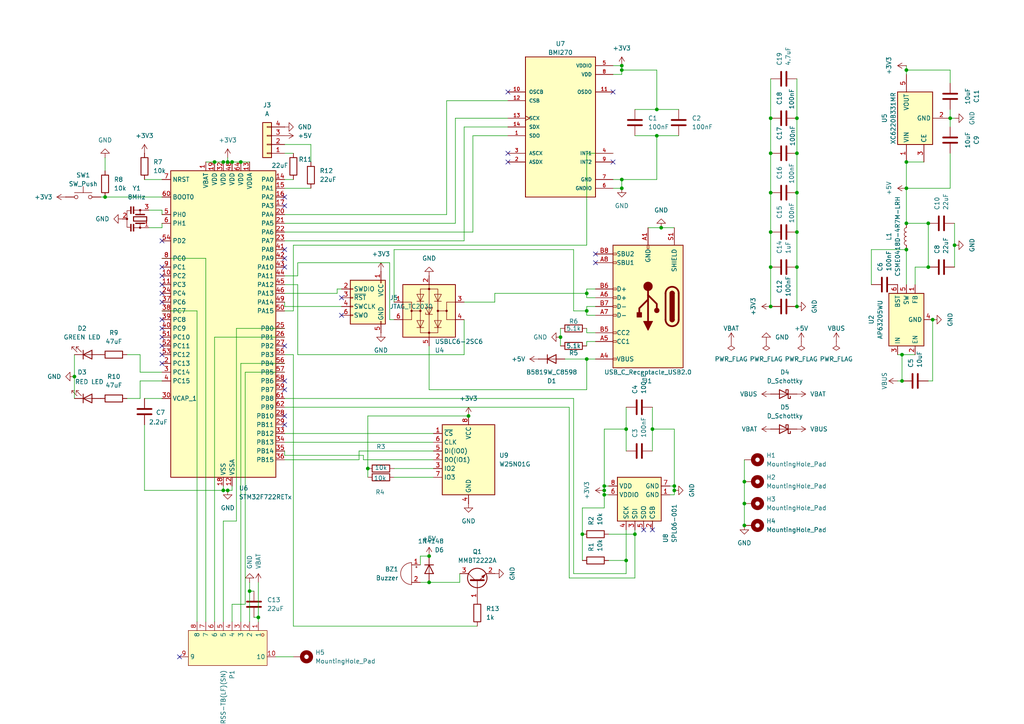
<source format=kicad_sch>
(kicad_sch (version 20250114) (generator "eeschema") (generator_version "9.0")
  (paper "A4")
  (title_block (title "Flight Controller"))
  (junction (at 180.34 52.07))
  (junction (at 170.18 104.14))
  (junction (at 189.23 124.46))
  (junction (at 175.26 143.51))
  (junction (at 180.34 19.05))
  (junction (at 66.04 142.24))
  (junction (at 231.14 55.88))
  (junction (at 175.26 140.97))
  (junction (at 66.04 46.99))
  (junction (at 195.58 142.24))
  (junction (at 262.89 46.99))
  (junction (at 215.9 139.7))
  (junction (at 195.58 140.97))
  (junction (at 269.24 77.47))
  (junction (at 223.52 55.88))
  (junction (at 261.62 110.49))
  (junction (at 223.52 67.31))
  (junction (at 74.93 179.07))
  (junction (at 106.68 135.89))
  (junction (at 184.15 154.94))
  (junction (at 181.61 162.56))
  (junction (at 223.52 77.47))
  (junction (at 231.14 88.9))
  (junction (at 62.23 46.99))
  (junction (at 190.5 39.37))
  (junction (at 270.51 92.71))
  (junction (at 170.18 85.09))
  (junction (at 231.14 67.31))
  (junction (at 262.89 72.39))
  (junction (at 191.77 66.04))
  (junction (at 170.18 90.17))
  (junction (at 181.61 124.46))
  (junction (at 135.89 120.65))
  (junction (at 261.62 102.87))
  (junction (at 21.59 109.22))
  (junction (at 231.14 44.45))
  (junction (at 168.91 154.94))
  (junction (at 124.46 161.29))
  (junction (at 231.14 34.29))
  (junction (at 223.52 34.29))
  (junction (at 180.34 54.61))
  (junction (at 64.77 46.99))
  (junction (at 180.34 20.32))
  (junction (at 215.9 146.05))
  (junction (at 269.24 64.77))
  (junction (at 262.89 54.61))
  (junction (at 262.89 64.77))
  (junction (at 215.9 152.4))
  (junction (at 124.46 168.91))
  (junction (at 231.14 77.47))
  (junction (at 223.52 88.9))
  (junction (at 64.77 142.24))
  (junction (at 276.86 71.12))
  (junction (at 162.56 97.79))
  (junction (at 175.26 142.24))
  (junction (at 69.85 46.99))
  (junction (at 67.31 46.99))
  (junction (at 190.5 31.75))
  (junction (at 223.52 44.45))
  (junction (at 262.89 20.32))
  (junction (at 30.48 57.15))
  (junction (at 275.59 34.29))
  (junction (at 72.39 171.45))
  (no_connect (at 82.55 72.39))
  (no_connect (at 82.55 123.19))
  (no_connect (at 46.99 69.85))
  (no_connect (at 82.55 110.49))
  (no_connect (at 177.8 46.99))
  (no_connect (at 82.55 57.15))
  (no_connect (at 46.99 82.55))
  (no_connect (at 147.32 26.67))
  (no_connect (at 46.99 105.41))
  (no_connect (at 99.06 91.44))
  (no_connect (at 147.32 44.45))
  (no_connect (at 82.55 74.93))
  (no_connect (at 99.06 86.36))
  (no_connect (at 46.99 95.25))
  (no_connect (at 82.55 77.47))
  (no_connect (at 46.99 100.33))
  (no_connect (at 172.72 73.66))
  (no_connect (at 46.99 85.09))
  (no_connect (at 147.32 46.99))
  (no_connect (at 46.99 97.79))
  (no_connect (at 46.99 80.01))
  (no_connect (at 82.55 100.33))
  (no_connect (at 46.99 77.47))
  (no_connect (at 172.72 76.2))
  (no_connect (at 82.55 113.03))
  (no_connect (at 177.8 26.67))
  (no_connect (at 189.23 153.67))
  (no_connect (at 46.99 102.87))
  (no_connect (at 82.55 59.69))
  (no_connect (at 186.69 153.67))
  (no_connect (at 46.99 92.71))
  (no_connect (at 82.55 120.65))
  (no_connect (at 52.07 190.5))
  (no_connect (at 46.99 87.63))
  (wire (pts (xy 223.52 44.45) (xy 223.52 34.29)))
  (wire (pts (xy 134.62 69.85) (xy 134.62 36.83)))
  (wire (pts (xy 276.86 77.47) (xy 276.86 71.12)))
  (wire (pts (xy 270.51 110.49) (xy 270.51 92.71)))
  (wire (pts (xy 69.85 46.99) (xy 72.39 46.99)))
  (wire (pts (xy 66.04 45.72) (xy 66.04 46.99)))
  (wire (pts (xy 231.14 88.9) (xy 231.14 77.47)))
  (wire (pts (xy 80.01 190.5) (xy 85.09 190.5)))
  (wire (pts (xy 73.66 179.07) (xy 74.93 179.07)))
  (wire (pts (xy 275.59 44.45) (xy 275.59 54.61)))
  (wire (pts (xy 275.59 34.29) (xy 276.86 34.29)))
  (wire (pts (xy 105.41 133.35) (xy 105.41 132.08)))
  (wire (pts (xy 190.5 31.75) (xy 190.5 20.32)))
  (wire (pts (xy 64.77 140.97) (xy 64.77 142.24)))
  (wire (pts (xy 82.55 67.31) (xy 137.16 67.31)))
  (wire (pts (xy 265.43 77.47) (xy 269.24 77.47)))
  (wire (pts (xy 86.36 102.87) (xy 134.62 102.87)))
  (wire (pts (xy 57.15 90.17) (xy 57.15 180.34)))
  (wire (pts (xy 85.09 181.61) (xy 85.09 102.87)))
  (wire (pts (xy 90.17 46.99) (xy 90.17 41.91)))
  (wire (pts (xy 231.14 55.88) (xy 231.14 44.45)))
  (wire (pts (xy 66.04 142.24) (xy 67.31 142.24)))
  (wire (pts (xy 269.24 110.49) (xy 270.51 110.49)))
  (wire (pts (xy 62.23 97.79) (xy 62.23 180.34)))
  (wire (pts (xy 46.99 60.96) (xy 46.99 62.23)))
  (wire (pts (xy 124.46 100.33) (xy 124.46 113.03)))
  (wire (pts (xy 190.5 20.32) (xy 180.34 20.32)))
  (wire (pts (xy 59.69 180.34) (xy 59.69 74.93)))
  (wire (pts (xy 177.8 19.05) (xy 180.34 19.05)))
  (wire (pts (xy 86.36 80.01) (xy 86.36 76.2)))
  (wire (pts (xy 172.72 99.06) (xy 170.18 99.06)))
  (wire (pts (xy 106.68 135.89) (xy 106.68 138.43)))
  (wire (pts (xy 177.8 44.45) (xy 170.18 44.45)))
  (wire (pts (xy 64.77 46.99) (xy 66.04 46.99)))
  (wire (pts (xy 184.15 154.94) (xy 184.15 153.67)))
  (wire (pts (xy 64.77 142.24) (xy 66.04 142.24)))
  (wire (pts (xy 86.36 102.87) (xy 86.36 82.55)))
  (wire (pts (xy 74.93 168.91) (xy 74.93 179.07)))
  (wire (pts (xy 143.51 87.63) (xy 134.62 87.63)))
  (wire (pts (xy 114.3 138.43) (xy 125.73 138.43)))
  (wire (pts (xy 180.34 52.07) (xy 190.5 52.07)))
  (wire (pts (xy 143.51 85.09) (xy 170.18 85.09)))
  (wire (pts (xy 121.92 163.83) (xy 121.92 161.29)))
  (wire (pts (xy 113.03 92.71) (xy 113.03 76.2)))
  (wire (pts (xy 177.8 54.61) (xy 180.34 54.61)))
  (wire (pts (xy 121.92 161.29) (xy 124.46 161.29)))
  (wire (pts (xy 265.43 82.55) (xy 265.43 77.47)))
  (wire (pts (xy 21.59 102.87) (xy 21.59 109.22)))
  (wire (pts (xy 172.72 83.82) (xy 170.18 83.82)))
  (wire (pts (xy 262.89 19.05) (xy 262.89 20.32)))
  (wire (pts (xy 162.56 100.33) (xy 162.56 97.79)))
  (wire (pts (xy 29.21 57.15) (xy 30.48 57.15)))
  (wire (pts (xy 124.46 168.91) (xy 133.35 168.91)))
  (wire (pts (xy 66.04 46.99) (xy 67.31 46.99)))
  (wire (pts (xy 132.08 34.29) (xy 132.08 64.77)))
  (wire (pts (xy 223.52 34.29) (xy 223.52 22.86)))
  (wire (pts (xy 138.43 181.61) (xy 85.09 181.61)))
  (wire (pts (xy 184.15 154.94) (xy 184.15 167.64)))
  (wire (pts (xy 137.16 39.37) (xy 147.32 39.37)))
  (wire (pts (xy 190.5 52.07) (xy 190.5 39.37)))
  (wire (pts (xy 143.51 87.63) (xy 143.51 85.09)))
  (wire (pts (xy 82.55 54.61) (xy 90.17 54.61)))
  (wire (pts (xy 124.46 113.03) (xy 170.18 113.03)))
  (wire (pts (xy 114.3 87.63) (xy 114.3 72.39)))
  (wire (pts (xy 170.18 96.52) (xy 170.18 95.25)))
  (wire (pts (xy 275.59 34.29) (xy 275.59 31.75)))
  (wire (pts (xy 189.23 124.46) (xy 195.58 124.46)))
  (wire (pts (xy 72.39 171.45) (xy 73.66 171.45)))
  (wire (pts (xy 41.91 115.57) (xy 46.99 115.57)))
  (wire (pts (xy 74.93 179.07) (xy 74.93 180.34)))
  (wire (pts (xy 231.14 44.45) (xy 231.14 34.29)))
  (wire (pts (xy 170.18 86.36) (xy 170.18 85.09)))
  (wire (pts (xy 172.72 96.52) (xy 170.18 96.52)))
  (wire (pts (xy 181.61 124.46) (xy 181.61 118.11)))
  (wire (pts (xy 82.55 88.9) (xy 82.55 87.63)))
  (wire (pts (xy 40.64 115.57) (xy 40.64 110.49)))
  (wire (pts (xy 105.41 133.35) (xy 125.73 133.35)))
  (wire (pts (xy 82.55 64.77) (xy 132.08 64.77)))
  (wire (pts (xy 172.72 104.14) (xy 170.18 104.14)))
  (wire (pts (xy 223.52 88.9) (xy 223.52 77.47)))
  (wire (pts (xy 82.55 132.08) (xy 105.41 132.08)))
  (wire (pts (xy 262.89 82.55) (xy 262.89 72.39)))
  (wire (pts (xy 99.06 83.82) (xy 97.79 83.82)))
  (wire (pts (xy 176.53 154.94) (xy 184.15 154.94)))
  (wire (pts (xy 215.9 133.35) (xy 215.9 139.7)))
  (wire (pts (xy 36.83 115.57) (xy 40.64 115.57)))
  (wire (pts (xy 275.59 54.61) (xy 262.89 54.61)))
  (wire (pts (xy 82.55 69.85) (xy 134.62 69.85)))
  (wire (pts (xy 134.62 92.71) (xy 134.62 102.87)))
  (wire (pts (xy 269.24 77.47) (xy 269.24 64.77)))
  (wire (pts (xy 231.14 34.29) (xy 231.14 22.86)))
  (wire (pts (xy 184.15 31.75) (xy 190.5 31.75)))
  (wire (pts (xy 181.61 162.56) (xy 181.61 166.37)))
  (wire (pts (xy 170.18 44.45) (xy 170.18 71.12)))
  (wire (pts (xy 194.31 143.51) (xy 195.58 143.51)))
  (wire (pts (xy 189.23 130.81) (xy 189.23 124.46)))
  (wire (pts (xy 181.61 166.37) (xy 166.37 166.37)))
  (wire (pts (xy 85.09 71.12) (xy 85.09 90.17)))
  (wire (pts (xy 162.56 97.79) (xy 162.56 95.25)))
  (wire (pts (xy 82.55 52.07) (xy 85.09 52.07)))
  (wire (pts (xy 40.64 110.49) (xy 46.99 110.49)))
  (wire (pts (xy 62.23 46.99) (xy 64.77 46.99)))
  (wire (pts (xy 177.8 21.59) (xy 180.34 21.59)))
  (wire (pts (xy 170.18 71.12) (xy 85.09 71.12)))
  (wire (pts (xy 191.77 66.04) (xy 187.96 66.04)))
  (wire (pts (xy 82.55 97.79) (xy 62.23 97.79)))
  (wire (pts (xy 64.77 151.13) (xy 68.58 151.13)))
  (wire (pts (xy 177.8 52.07) (xy 180.34 52.07)))
  (wire (pts (xy 260.35 102.87) (xy 261.62 102.87)))
  (wire (pts (xy 215.9 146.05) (xy 215.9 152.4)))
  (wire (pts (xy 260.35 110.49) (xy 261.62 110.49)))
  (wire (pts (xy 175.26 124.46) (xy 175.26 140.97)))
  (wire (pts (xy 215.9 139.7) (xy 215.9 146.05)))
  (wire (pts (xy 195.58 66.04) (xy 191.77 66.04)))
  (wire (pts (xy 106.68 120.65) (xy 135.89 120.65)))
  (wire (pts (xy 30.48 57.15) (xy 46.99 57.15)))
  (wire (pts (xy 276.86 71.12) (xy 276.86 64.77)))
  (wire (pts (xy 231.14 67.31) (xy 231.14 55.88)))
  (wire (pts (xy 180.34 52.07) (xy 180.34 54.61)))
  (wire (pts (xy 261.62 102.87) (xy 265.43 102.87)))
  (wire (pts (xy 195.58 140.97) (xy 195.58 142.24)))
  (wire (pts (xy 223.52 67.31) (xy 223.52 55.88)))
  (wire (pts (xy 121.92 168.91) (xy 124.46 168.91)))
  (wire (pts (xy 275.59 36.83) (xy 275.59 34.29)))
  (wire (pts (xy 166.37 115.57) (xy 82.55 115.57)))
  (wire (pts (xy 59.69 74.93) (xy 46.99 74.93)))
  (wire (pts (xy 82.55 80.01) (xy 86.36 80.01)))
  (wire (pts (xy 168.91 162.56) (xy 168.91 154.94)))
  (wire (pts (xy 170.18 104.14) (xy 163.83 104.14)))
  (wire (pts (xy 262.89 64.77) (xy 262.89 54.61)))
  (wire (pts (xy 41.91 52.07) (xy 46.99 52.07)))
  (wire (pts (xy 262.89 20.32) (xy 262.89 21.59)))
  (wire (pts (xy 175.26 143.51) (xy 175.26 142.24)))
  (wire (pts (xy 189.23 124.46) (xy 189.23 118.11)))
  (wire (pts (xy 82.55 62.23) (xy 129.54 62.23)))
  (wire (pts (xy 67.31 175.26) (xy 67.31 180.34)))
  (wire (pts (xy 46.99 66.04) (xy 43.18 66.04)))
  (wire (pts (xy 176.53 140.97) (xy 175.26 140.97)))
  (wire (pts (xy 46.99 64.77) (xy 46.99 66.04)))
  (wire (pts (xy 194.31 140.97) (xy 195.58 140.97)))
  (wire (pts (xy 223.52 77.47) (xy 223.52 67.31)))
  (wire (pts (xy 113.03 92.71) (xy 114.3 92.71)))
  (wire (pts (xy 68.58 95.25) (xy 82.55 95.25)))
  (wire (pts (xy 166.37 72.39) (xy 166.37 90.17)))
  (wire (pts (xy 166.37 166.37) (xy 166.37 115.57)))
  (wire (pts (xy 82.55 125.73) (xy 125.73 125.73)))
  (wire (pts (xy 69.85 105.41) (xy 82.55 105.41)))
  (wire (pts (xy 85.09 102.87) (xy 82.55 102.87)))
  (wire (pts (xy 195.58 143.51) (xy 195.58 142.24)))
  (wire (pts (xy 262.89 46.99) (xy 267.97 46.99)))
  (wire (pts (xy 59.69 46.99) (xy 62.23 46.99)))
  (wire (pts (xy 166.37 90.17) (xy 170.18 90.17)))
  (wire (pts (xy 68.58 151.13) (xy 68.58 95.25)))
  (wire (pts (xy 85.09 90.17) (xy 82.55 90.17)))
  (wire (pts (xy 99.06 88.9) (xy 82.55 88.9)))
  (wire (pts (xy 129.54 29.21) (xy 147.32 29.21)))
  (wire (pts (xy 172.72 91.44) (xy 170.18 91.44)))
  (wire (pts (xy 223.52 55.88) (xy 223.52 44.45)))
  (wire (pts (xy 252.73 72.39) (xy 262.89 72.39)))
  (wire (pts (xy 104.14 133.35) (xy 82.55 133.35)))
  (wire (pts (xy 133.35 168.91) (xy 133.35 166.37)))
  (wire (pts (xy 129.54 62.23) (xy 129.54 29.21)))
  (wire (pts (xy 195.58 124.46) (xy 195.58 140.97)))
  (wire (pts (xy 134.62 36.83) (xy 147.32 36.83)))
  (wire (pts (xy 104.14 130.81) (xy 104.14 133.35)))
  (wire (pts (xy 170.18 90.17) (xy 170.18 88.9)))
  (wire (pts (xy 82.55 44.45) (xy 85.09 44.45)))
  (wire (pts (xy 36.83 102.87) (xy 40.64 102.87)))
  (wire (pts (xy 190.5 31.75) (xy 196.85 31.75)))
  (wire (pts (xy 175.26 143.51) (xy 176.53 143.51)))
  (wire (pts (xy 106.68 135.89) (xy 106.68 120.65)))
  (wire (pts (xy 180.34 21.59) (xy 180.34 20.32)))
  (wire (pts (xy 180.34 20.32) (xy 180.34 19.05)))
  (wire (pts (xy 184.15 167.64) (xy 165.1 167.64)))
  (wire (pts (xy 41.91 142.24) (xy 64.77 142.24)))
  (wire (pts (xy 82.55 118.11) (xy 165.1 118.11)))
  (wire (pts (xy 170.18 99.06) (xy 170.18 100.33)))
  (wire (pts (xy 67.31 142.24) (xy 67.31 140.97)))
  (wire (pts (xy 165.1 167.64) (xy 165.1 118.11)))
  (wire (pts (xy 275.59 20.32) (xy 275.59 24.13)))
  (wire (pts (xy 262.89 64.77) (xy 269.24 64.77)))
  (wire (pts (xy 172.72 88.9) (xy 170.18 88.9)))
  (wire (pts (xy 170.18 113.03) (xy 170.18 104.14)))
  (wire (pts (xy 170.18 85.09) (xy 170.18 83.82)))
  (wire (pts (xy 114.3 135.89) (xy 125.73 135.89)))
  (wire (pts (xy 114.3 72.39) (xy 166.37 72.39)))
  (wire (pts (xy 41.91 123.19) (xy 41.91 142.24)))
  (wire (pts (xy 137.16 39.37) (xy 137.16 67.31)))
  (wire (pts (xy 132.08 34.29) (xy 147.32 34.29)))
  (wire (pts (xy 175.26 140.97) (xy 175.26 142.24)))
  (wire (pts (xy 175.26 147.32) (xy 175.26 143.51)))
  (wire (pts (xy 262.89 54.61) (xy 262.89 46.99)))
  (wire (pts (xy 231.14 77.47) (xy 231.14 67.31)))
  (wire (pts (xy 168.91 147.32) (xy 175.26 147.32)))
  (wire (pts (xy 72.39 171.45) (xy 72.39 180.34)))
  (wire (pts (xy 181.61 162.56) (xy 181.61 153.67)))
  (wire (pts (xy 69.85 180.34) (xy 69.85 105.41)))
  (wire (pts (xy 71.12 107.95) (xy 71.12 175.26)))
  (wire (pts (xy 40.64 102.87) (xy 40.64 107.95)))
  (wire (pts (xy 46.99 90.17) (xy 57.15 90.17)))
  (wire (pts (xy 86.36 76.2) (xy 113.03 76.2)))
  (wire (pts (xy 30.48 45.72) (xy 30.48 49.53)))
  (wire (pts (xy 261.62 110.49) (xy 261.62 102.87)))
  (wire (pts (xy 21.59 109.22) (xy 21.59 115.57)))
  (wire (pts (xy 72.39 168.91) (xy 72.39 171.45)))
  (wire (pts (xy 184.15 39.37) (xy 190.5 39.37)))
  (wire (pts (xy 82.55 107.95) (xy 71.12 107.95)))
  (wire (pts (xy 104.14 130.81) (xy 125.73 130.81)))
  (wire (pts (xy 43.18 60.96) (xy 46.99 60.96)))
  (wire (pts (xy 181.61 130.81) (xy 181.61 124.46)))
  (wire (pts (xy 90.17 41.91) (xy 82.55 41.91)))
  (wire (pts (xy 82.55 128.27) (xy 125.73 128.27)))
  (wire (pts (xy 181.61 124.46) (xy 175.26 124.46)))
  (wire (pts (xy 190.5 39.37) (xy 196.85 39.37)))
  (wire (pts (xy 170.18 91.44) (xy 170.18 90.17)))
  (wire (pts (xy 262.89 20.32) (xy 275.59 20.32)))
  (wire (pts (xy 170.18 86.36) (xy 172.72 86.36)))
  (wire (pts (xy 67.31 46.99) (xy 69.85 46.99)))
  (wire (pts (xy 82.55 132.08) (xy 82.55 130.81)))
  (wire (pts (xy 176.53 162.56) (xy 181.61 162.56)))
  (wire (pts (xy 64.77 180.34) (xy 64.77 151.13)))
  (wire (pts (xy 97.79 85.09) (xy 82.55 85.09)))
  (wire (pts (xy 97.79 83.82) (xy 97.79 85.09)))
  (wire (pts (xy 40.64 107.95) (xy 46.99 107.95)))
  (wire (pts (xy 168.91 154.94) (xy 168.91 147.32)))
  (wire (pts (xy 86.36 82.55) (xy 82.55 82.55)))
  (wire (pts (xy 252.73 82.55) (xy 252.73 72.39)))
  (wire (pts (xy 71.12 175.26) (xy 67.31 175.26)))
  (symbol (lib_id "power:GND") (at 222.25 99.06 180) (unit 1)
    (property "Reference" "#PWR033" (effects (hide yes)))
    (property "Value" "GND" (at 224.79 97.7899 0) (effects (justify right)))
  )
  (symbol (lib_id "power:PWR_FLAG") (at 242.57 99.06 180) (unit 1)
    (property "Reference" "#FLG03" (effects (hide yes)))
    (property "Value" "PWR_FLAG" (at 242.57 104.14 0))
    (property "Description" "Special symbol for telling ERC where power comes from" (effects (hide yes)))
  )
  (symbol (lib_id "Device:C") (at 73.66 175.26 0) (unit 1)
    (property "Reference" "C13" (at 77.47 173.9899 0) (effects (justify left)))
    (property "Value" "22uF" (at 77.47 176.5299 0) (effects (justify left)))
    (property "Footprint" "Capacitor_SMD:C_0805_2012Metric" (effects (hide yes)))
    (property "Description" "Unpolarized capacitor" (effects (hide yes)))
  )
  (symbol (lib_id "Device:R") (at 33.02 102.87 270) (mirror x) (unit 1)
    (property "Reference" "R9" (at 33.02 96.52 90))
    (property "Value" "47uF" (at 33.02 99.06 90))
    (property "Footprint" "Capacitor_SMD:C_1210_3225Metric" (effects (hide yes)))
    (property "Description" "Resistor" (effects (hide yes)))
  )
  (symbol (lib_id "Device:C") (at 275.59 27.94 0) (mirror y) (unit 1)
    (property "Reference" "C11" (at 283.21 27.94 90))
    (property "Value" "10uF" (at 280.67 27.94 90))
    (property "Footprint" "Capacitor_SMD:C_0805_2012Metric" (effects (hide yes)))
    (property "Description" "Unpolarized capacitor" (effects (hide yes)))
  )
  (symbol (lib_id "Device:C") (at 273.05 64.77 90) (unit 1)
    (property "Reference" "C10" (at 271.7799 60.96 0) (effects (justify left)))
    (property "Value" "22uF" (at 274.3199 60.96 0) (effects (justify left)))
    (property "Footprint" "Capacitor_SMD:C_0805_2012Metric" (effects (hide yes)))
    (property "Description" "Unpolarized capacitor" (effects (hide yes)))
  )
  (symbol (lib_id "Device:C") (at 185.42 118.11 90) (unit 1)
    (property "Reference" "C4" (at 184.1499 114.3 0) (effects (justify left)))
    (property "Value" "100nF" (at 186.6899 114.3 0) (effects (justify left)))
    (property "Footprint" "Capacitor_SMD:C_0603_1608Metric" (effects (hide yes)))
    (property "Description" "Unpolarized capacitor" (effects (hide yes)))
  )
  (symbol (lib_id "Mechanical:MountingHole_Pad") (at 218.44 152.4 270) (unit 1) (in_bom no)
    (property "Reference" "H4" (at 222.25 151.1299 90) (effects (justify left)))
    (property "Value" "MountingHole_Pad" (at 222.25 153.6699 90) (effects (justify left)))
    (property "Footprint" "MountingHole:MountingHole_3.2mm_M3_Pad_Via" (effects (hide yes)))
    (property "Description" "Mounting Hole with connection" (effects (hide yes)))
  )
  (symbol (lib_id "marbastlib_various:JTAG_TC2030") (at 105.41 88.9 0) (unit 1)
    (property "Reference" "J5" (at 113.03 86.36 0) (effects (justify left)))
    (property "Value" "JTAG_TC2030" (at 113.03 88.9 0) (effects (justify left)))
    (property "Footprint" "Connector:Tag-Connect_TC2030-IDC-NL_2x03_P1.27mm_Vertical" (effects (hide yes)))
  )
  (symbol (lib_id "power:VBUS") (at 242.57 99.06 0) (unit 1)
    (property "Reference" "#PWR031" (effects (hide yes)))
    (property "Value" "VBUS" (at 242.57 95.25 0))
  )
  (symbol (lib_id "Device:D_Schottky") (at 227.33 124.46 180) (unit 1)
    (property "Reference" "D5" (at 227.6475 118.11 0))
    (property "Value" "D_Schottky" (at 227.6475 120.65 0))
    (property "Footprint" "Diode_SMD:D_SOD-123" (effects (hide yes)))
    (property "Description" "Schottky diode" (effects (hide yes)))
  )
  (symbol (lib_id "power:GND") (at 215.9 152.4 0) (unit 1)
    (property "Reference" "#PWR026" (effects (hide yes)))
    (property "Value" "GND" (at 215.9 157.48 0))
    (property "Description" "Power symbol creates a global label with name \"GND\" , ground" (effects (hide yes)))
  )
  (symbol (lib_id "power:PWR_FLAG") (at 232.41 99.06 180) (unit 1)
    (property "Reference" "#FLG02" (effects (hide yes)))
    (property "Value" "PWR_FLAG" (at 232.41 104.14 0))
    (property "Description" "Special symbol for telling ERC where power comes from" (effects (hide yes)))
  )
  (symbol (lib_id "power:VBUS") (at 231.14 124.46 270) (unit 1)
    (property "Reference" "#PWR039" (effects (hide yes)))
    (property "Value" "VBUS" (at 234.95 124.4599 90) (effects (justify left)))
  )
  (symbol (lib_id "power:+3V3") (at 66.04 45.72 0) (unit 1)
    (property "Reference" "#PWR018" (effects (hide yes)))
    (property "Value" "+3V3" (at 66.04 40.64 0))
    (property "Description" "Power symbol creates a global label with name \"+3V3\"" (effects (hide yes)))
  )
  (symbol (lib_id "Device:D") (at 160.02 104.14 0) (unit 1)
    (property "Reference" "D1" (at 160.02 110.49 0))
    (property "Value" "B5819W_C8598" (at 160.02 107.95 0))
    (property "Footprint" "Diode_SMD:D_SOD-123" (effects (hide yes)))
    (property "Description" "Diode" (effects (hide yes)))
    (property "Sim.Device" "D" (effects (hide yes)))
    (property "Sim.Pins" "1=K 2=A" (effects (hide yes)))
  )
  (symbol (lib_id "Device:C") (at 256.54 82.55 90) (unit 1)
    (property "Reference" "C6" (at 255.2699 78.74 0) (effects (justify left)))
    (property "Value" "100nF" (at 257.8099 78.74 0) (effects (justify left)))
    (property "Footprint" "Capacitor_SMD:C_0603_1608Metric" (effects (hide yes)))
    (property "Description" "Unpolarized capacitor" (effects (hide yes)))
  )
  (symbol (lib_id "Regulator_Linear:XC6220B331MR") (at 265.43 34.29 90) (unit 1)
    (property "Reference" "U5" (at 256.54 34.29 0))
    (property "Value" "XC6220B331MR" (at 259.08 34.29 0))
    (property "Footprint" "Package_TO_SOT_SMD:SOT-23-5" (effects (hide yes)))
    (property "Datasheet" "https://www.torexsemi.com/file/xc6220/XC6220.pdf" (effects (hide yes)))
  )
  (symbol (lib_id "Device:C") (at 227.33 67.31 90) (unit 1)
    (property "Reference" "C15" (at 226.0599 63.5 0) (effects (justify left)))
    (property "Value" "100nF" (at 229.616 64.77 0) (effects (justify left)))
    (property "Footprint" "Capacitor_SMD:C_0603_1608Metric" (effects (hide yes)))
    (property "Description" "Unpolarized capacitor" (effects (hide yes)))
  )
  (symbol (lib_id "power:VBUS") (at 212.09 99.06 0) (unit 1)
    (property "Reference" "#PWR034" (effects (hide yes)))
    (property "Value" "VBAT" (at 212.09 95.25 0))
  )
  (symbol (lib_id "Connector_Generic:Conn_01x04") (at 77.47 41.91 180) (unit 1)
    (property "Reference" "J3" (at 77.47 30.48 0))
    (property "Value" "A" (at 77.47 33.02 0))
    (property "Footprint" "Connector_JST:JST_GH_BM04B-GHS-TBT_1x04-1MP_P1.25mm_Vertical" (effects (hide yes)))
  )
  (symbol (lib_id "power:+3V3") (at 175.26 142.24 90) (unit 1)
    (property "Reference" "#PWR03" (effects (hide yes)))
    (property "Value" "+3V3" (at 170.18 142.24 0))
    (property "Description" "Power symbol creates a global label with name \"+3V3\"" (effects (hide yes)))
  )
  (symbol (lib_id "Device:C") (at 275.59 40.64 0) (mirror y) (unit 1)
    (property "Reference" "C9" (at 283.21 40.64 90))
    (property "Value" "10uF" (at 280.67 40.64 90))
    (property "Footprint" "Capacitor_SMD:C_0805_2012Metric" (effects (hide yes)))
    (property "Description" "Unpolarized capacitor" (effects (hide yes)))
  )
  (symbol (lib_id "Switch:SW_Push") (at 24.13 57.15 0) (unit 1)
    (property "Reference" "SW1" (at 24.13 50.8 0))
    (property "Value" "SW_Push" (at 24.13 53.34 0))
    (property "Footprint" "Button_Switch_SMD:SW_Push_SPST_NO_Alps_SKRK" (effects (hide yes)))
  )
  (symbol (lib_id "power:+3V3") (at 19.05 57.15 90) (unit 1)
    (property "Reference" "#PWR022" (effects (hide yes)))
    (property "Value" "+3V3" (at 15.24 57.1499 90) (effects (justify left)))
    (property "Description" "Power symbol creates a global label with name \"+3V3\"" (effects (hide yes)))
  )
  (symbol (lib_id "power:GND") (at 276.86 71.12 90) (unit 1)
    (property "Reference" "#PWR09" (effects (hide yes)))
    (property "Value" "GND" (at 281.94 71.12 0))
    (property "Description" "Power symbol creates a global label with name \"GND\" , ground" (effects (hide yes)))
  )
  (symbol (lib_id "power:GND") (at 82.55 36.83 90) (unit 1)
    (property "Reference" "#PWR030" (effects (hide yes)))
    (property "Value" "GND" (at 86.36 36.8299 90) (effects (justify right)))
    (property "Description" "Power symbol creates a global label with name \"GND\" , ground" (effects (hide yes)))
  )
  (symbol (lib_id "power:+5V") (at 124.46 161.29 0) (unit 1)
    (property "Reference" "#PWR041" (effects (hide yes)))
    (property "Value" "+5V" (at 124.46 156.21 0))
    (property "Description" "Power symbol creates a global label with name \"+5V\"" (effects (hide yes)))
  )
  (symbol (lib_id "bmi270:SPL06-001") (at 186.69 143.51 90) (unit 1)
    (property "Reference" "U8" (at 193.04 157.48 0) (effects (justify left)))
    (property "Value" "SPL06-001" (at 195.58 157.48 0) (effects (justify left)))
    (property "Footprint" "Package_LGA:Bosch_LGA-8_2x2.5mm_P0.65mm_ClockwisePinNumbering" (effects (hide yes)))
    (property "Datasheet" "https://ae-bst.resource.bosch.com/media/_tech/media/datasheets/BST-BMP280-DS001.pdf" (effects (hide yes)))
  )
  (symbol (lib_id "Device:C") (at 185.42 130.81 90) (unit 1)
    (property "Reference" "C3" (at 184.1499 127 0) (effects (justify left)))
    (property "Value" "100nF" (at 186.6899 127 0) (effects (justify left)))
    (property "Footprint" "Capacitor_SMD:C_0603_1608Metric" (effects (hide yes)))
    (property "Description" "Unpolarized capacitor" (effects (hide yes)))
  )
  (symbol (lib_id "Device:C") (at 227.33 34.29 90) (unit 1)
    (property "Reference" "C18" (at 226.0599 30.48 0) (effects (justify left)))
    (property "Value" "100nF" (at 229.616 31.75 0) (effects (justify left)))
    (property "Footprint" "Capacitor_SMD:C_0603_1608Metric" (effects (hide yes)))
    (property "Description" "Unpolarized capacitor" (effects (hide yes)))
  )
  (symbol (lib_id "Device:LED") (at 25.4 102.87 0) (mirror x) (unit 1)
    (property "Reference" "D2" (at 23.8125 95.25 0))
    (property "Value" "GREEN LED" (at 23.8125 97.79 0))
    (property "Footprint" "LED_SMD:LED_0603_1608Metric" (effects (hide yes)))
    (property "Description" "Light emitting diode" (effects (hide yes)))
    (property "Sim.Pins" "1=K 2=A" (effects (hide yes)))
  )
  (symbol (lib_id "Device:R") (at 110.49 135.89 90) (unit 1)
    (property "Reference" "R3" (at 110.49 129.54 90))
    (property "Value" "10k" (at 110.49 135.636 90))
    (property "Footprint" "Resistor_SMD:R_0603_1608Metric" (effects (hide yes)))
    (property "Description" "Resistor" (effects (hide yes)))
  )
  (symbol (lib_id "Device:R") (at 110.49 138.43 90) (unit 1)
    (property "Reference" "R4" (at 110.236 142.748 90))
    (property "Value" "10k" (at 110.236 138.684 90))
    (property "Footprint" "Resistor_SMD:R_0603_1608Metric" (effects (hide yes)))
    (property "Description" "Resistor" (effects (hide yes)))
  )
  (symbol (lib_id "power:+5V") (at 232.41 99.06 0) (unit 1)
    (property "Reference" "#PWR032" (effects (hide yes)))
    (property "Value" "+5V" (at 232.41 95.25 0))
  )
  (symbol (lib_id "Device:R") (at 172.72 154.94 90) (unit 1)
    (property "Reference" "R2" (at 171.4499 152.4 0) (effects (justify left)))
    (property "Value" "10k" (at 173.9899 152.4 0) (effects (justify left)))
    (property "Footprint" "Resistor_SMD:R_0603_1608Metric" (effects (hide yes)))
    (property "Description" "Resistor" (effects (hide yes)))
  )
  (symbol (lib_id "power:GND") (at 35.56 63.5 270) (unit 1)
    (property "Reference" "#PWR020" (effects (hide yes)))
    (property "Value" "GND" (at 31.75 63.4999 90) (effects (justify right)))
    (property "Description" "Power symbol creates a global label with name \"GND\" , ground" (effects (hide yes)))
  )
  (symbol (lib_id "power:PWR_FLAG") (at 222.25 99.06 180) (unit 1)
    (property "Reference" "#FLG01" (effects (hide yes)))
    (property "Value" "PWR_FLAG" (at 222.25 104.14 0))
    (property "Description" "Special symbol for telling ERC where power comes from" (effects (hide yes)))
  )
  (symbol (lib_id "power:GND") (at 72.39 168.91 180) (unit 1)
    (property "Reference" "#PWR036" (effects (hide yes)))
    (property "Value" "GND" (at 72.3901 165.1 90) (effects (justify right)))
    (property "Description" "Power symbol creates a global label with name \"GND\" , ground" (effects (hide yes)))
  )
  (symbol (lib_id "power:+3V3") (at 180.34 19.05 0) (unit 1)
    (property "Reference" "#PWR01" (effects (hide yes)))
    (property "Value" "+3V3" (at 180.34 13.97 0))
    (property "Description" "Power symbol creates a global label with name \"+3V3\"" (effects (hide yes)))
  )
  (symbol (lib_id "bmi270:W225N01GVZEIG") (at 135.89 133.35 0) (unit 1)
    (property "Reference" "U9" (at 144.78 132.08 0) (effects (justify left)))
    (property "Value" "W25N01G" (at 144.78 134.62 0) (effects (justify left)))
    (property "Footprint" "Package_SON:WSON-8-1EP_8x6mm_P1.27mm_EP3.4x4.3mm" (effects (hide yes)))
  )
  (symbol (lib_id "power:+3V3") (at 110.49 78.74 0) (unit 1)
    (property "Reference" "#PWR028" (effects (hide yes)))
    (property "Value" "+3V3" (at 110.49 73.66 0))
    (property "Description" "Power symbol creates a global label with name \"+3V3\"" (effects (hide yes)))
  )
  (symbol (lib_id "Device:LED") (at 25.4 115.57 0) (mirror x) (unit 1)
    (property "Reference" "D3" (at 23.8125 107.95 0))
    (property "Value" "RED LED" (at 25.908 110.744 0))
    (property "Footprint" "LED_SMD:LED_0603_1608Metric" (effects (hide yes)))
    (property "Description" "Light emitting diode" (effects (hide yes)))
    (property "Sim.Pins" "1=K 2=A" (effects (hide yes)))
  )
  (symbol (lib_id "Diode:1N4148") (at 124.46 165.1 270) (unit 1)
    (property "Reference" "D6" (at 128.778 159.512 90) (effects (justify right)))
    (property "Value" "1N4148" (at 128.778 156.972 90) (effects (justify right)))
    (property "Footprint" "Diode_THT:D_DO-35_SOD27_P7.62mm_Horizontal" (effects (hide yes)))
    (property "Datasheet" "https://assets.nexperia.com/documents/data-sheet/1N4148_1N4448.pdf" (effects (hide yes)))
    (property "Description" "100V 0.15A standard switching diode, DO-35" (effects (hide yes)))
    (property "Sim.Device" "D" (effects (hide yes)))
    (property "Sim.Pins" "1=K 2=A" (effects (hide yes)))
  )
  (symbol (lib_id "power:+3V3") (at 223.52 88.9 90) (unit 1)
    (property "Reference" "#PWR024" (effects (hide yes)))
    (property "Value" "+3V3" (at 218.44 88.9 0))
    (property "Description" "Power symbol creates a global label with name \"+3V3\"" (effects (hide yes)))
  )
  (symbol (lib_id "Device:C") (at 41.91 119.38 0) (unit 1)
    (property "Reference" "C7" (at 45.212 119.634 0) (effects (justify left)))
    (property "Value" "2.2uF" (at 43.18 122.428 0) (effects (justify left)))
    (property "Footprint" "Capacitor_SMD:C_0603_1608Metric" (effects (hide yes)))
    (property "Description" "Unpolarized capacitor" (effects (hide yes)))
  )
  (symbol (lib_id "power:VBUS") (at 74.93 168.91 0) (unit 1)
    (property "Reference" "#PWR035" (effects (hide yes)))
    (property "Value" "VBAT" (at 74.9301 165.1 90) (effects (justify left)))
  )
  (symbol (lib_id "Device:D_Schottky") (at 227.33 114.3 180) (unit 1)
    (property "Reference" "D4" (at 227.6475 107.95 0))
    (property "Value" "D_Schottky" (at 227.6475 110.49 0))
    (property "Footprint" "Diode_SMD:D_SOD-123" (effects (hide yes)))
    (property "Description" "Schottky diode" (effects (hide yes)))
  )
  (symbol (lib_id "MCU_ST_STM32F7:STM32F722RETx") (at 64.77 95.25 0) (unit 1)
    (property "Reference" "U6" (at 69.2659 141.605 0) (effects (justify left)))
    (property "Value" "STM32F722RETx" (at 69.2659 144.145 0) (effects (justify left)))
    (property "Footprint" "Package_QFP:LQFP-64_10x10mm_P0.5mm" (effects (hide yes)))
    (property "Datasheet" "https://www.st.com/resource/en/datasheet/stm32f722re.pdf" (effects (hide yes)))
  )
  (symbol (lib_id "Device:R") (at 172.72 162.56 90) (unit 1)
    (property "Reference" "R1" (at 171.4499 160.02 0) (effects (justify left)))
    (property "Value" "10k" (at 173.9899 160.02 0) (effects (justify left)))
    (property "Footprint" "Resistor_SMD:R_0603_1608Metric" (effects (hide yes)))
    (property "Description" "Resistor" (effects (hide yes)))
  )
  (symbol (lib_id "Device:C") (at 273.05 77.47 90) (unit 1)
    (property "Reference" "C8" (at 271.7799 73.66 0) (effects (justify left)))
    (property "Value" "22uF" (at 274.3199 73.66 0) (effects (justify left)))
    (property "Footprint" "Capacitor_SMD:C_0805_2012Metric" (effects (hide yes)))
    (property "Description" "Unpolarized capacitor" (effects (hide yes)))
  )
  (symbol (lib_id "power:+3V3") (at 135.89 120.65 0) (unit 1)
    (property "Reference" "#PWR05" (effects (hide yes)))
    (property "Value" "+3V3" (at 135.89 115.57 0))
    (property "Description" "Power symbol creates a global label with name \"+3V3\"" (effects (hide yes)))
  )
  (symbol (lib_id "power:GND") (at 21.59 109.22 270) (mirror x) (unit 1)
    (property "Reference" "#PWR023" (effects (hide yes)))
    (property "Value" "GND" (at 17.78 109.2199 90) (effects (justify right)))
    (property "Description" "Power symbol creates a global label with name \"GND\" , ground" (effects (hide yes)))
  )
  (symbol (lib_id "Device:C") (at 227.33 22.86 90) (unit 1)
    (property "Reference" "C19" (at 226.0599 19.05 0) (effects (justify left)))
    (property "Value" "4.7uF" (at 228.5999 19.05 0) (effects (justify left)))
    (property "Footprint" "Capacitor_SMD:C_0805_2012Metric" (effects (hide yes)))
    (property "Description" "Unpolarized capacitor" (effects (hide yes)))
  )
  (symbol (lib_id "power:GND") (at 143.51 166.37 90) (unit 1)
    (property "Reference" "#PWR042" (effects (hide yes)))
    (property "Value" "GND" (at 148.59 166.37 0))
    (property "Description" "Power symbol creates a global label with name \"GND\" , ground" (effects (hide yes)))
  )
  (symbol (lib_id "Device:C") (at 227.33 55.88 90) (unit 1)
    (property "Reference" "C16" (at 226.0599 52.07 0) (effects (justify left)))
    (property "Value" "100nF" (at 229.616 53.34 0) (effects (justify left)))
    (property "Footprint" "Capacitor_SMD:C_0603_1608Metric" (effects (hide yes)))
    (property "Description" "Unpolarized capacitor" (effects (hide yes)))
  )
  (symbol (lib_id "power:VBUS") (at 260.35 110.49 90) (unit 1)
    (property "Reference" "#PWR07" (effects (hide yes)))
    (property "Value" "VBUS" (at 256.54 110.49 0))
  )
  (symbol (lib_id "Transistor_BJT:MMBT2222A") (at 138.43 168.91 90) (unit 1)
    (property "Reference" "Q1" (at 138.43 160.02 90))
    (property "Value" "MMBT2222A" (at 138.43 162.56 90))
    (property "Footprint" "Package_TO_SOT_SMD:SOT-23" (effects (hide yes)))
    (property "Datasheet" "https://assets.nexperia.com/documents/data-sheet/MMBT2222A.pdf" (effects (hide yes)))
    (property "Description" "600mA Ic, 40V Vce, NPN Transistor, SOT-23" (effects (hide yes)))
  )
  (symbol (lib_id "power:GND") (at 110.49 96.52 0) (unit 1)
    (property "Reference" "#PWR027" (effects (hide yes)))
    (property "Value" "GND" (at 110.49 101.6 0))
    (property "Description" "Power symbol creates a global label with name \"GND\" , ground" (effects (hide yes)))
  )
  (symbol (lib_id "Device:L") (at 262.89 68.58 180) (unit 1)
    (property "Reference" "L1" (at 257.81 68.58 90))
    (property "Value" "CSME0418D-4R7M-LRH" (at 260.35 68.58 90))
    (property "Footprint" "Inductor_SMD:L_6.3x6.3_H3" (effects (hide yes)))
    (property "Description" "Inductor" (effects (hide yes)))
  )
  (symbol (lib_id "power:GND") (at 162.56 97.79 270) (unit 1)
    (property "Reference" "#PWR014" (effects (hide yes)))
    (property "Value" "GND" (at 158.75 97.7901 90) (effects (justify right)))
    (property "Description" "Power symbol creates a global label with name \"GND\" , ground" (effects (hide yes)))
  )
  (symbol (lib_id "power:PWR_FLAG") (at 212.09 99.06 180) (unit 1)
    (property "Reference" "#FLG04" (effects (hide yes)))
    (property "Value" "PWR_FLAG" (at 212.09 104.14 0))
    (property "Description" "Special symbol for telling ERC where power comes from" (effects (hide yes)))
  )
  (symbol (lib_id "Device:C") (at 184.15 35.56 0) (unit 1)
    (property "Reference" "C1" (at 187.96 34.2899 0) (effects (justify left)))
    (property "Value" "100nF" (at 187.96 36.8299 0) (effects (justify left)))
    (property "Footprint" "Capacitor_SMD:C_0603_1608Metric" (effects (hide yes)))
    (property "Description" "Unpolarized capacitor" (effects (hide yes)))
  )
  (symbol (lib_id "Power_Protection:USBLC6-2SC6") (at 124.46 90.17 0) (mirror x) (unit 1)
    (property "Reference" "U4" (at 126.1111 101.6 0) (effects (justify left)))
    (property "Value" "USBLC6-2SC6" (at 126.1111 99.06 0) (effects (justify left)))
    (property "Footprint" "Package_TO_SOT_SMD:SOT-23-6" (effects (hide yes)))
    (property "Datasheet" "https://www.st.com/resource/en/datasheet/usblc6-2.pdf" (effects (hide yes)))
  )
  (symbol (lib_id "power:GND") (at 191.77 66.04 180) (unit 1)
    (property "Reference" "#PWR013" (effects (hide yes)))
    (property "Value" "GND" (at 191.77 60.96 0))
    (property "Description" "Power symbol creates a global label with name \"GND\" , ground" (effects (hide yes)))
  )
  (symbol (lib_id "power:GND") (at 66.04 142.24 0) (unit 1)
    (property "Reference" "#PWR017" (effects (hide yes)))
    (property "Value" "GND" (at 66.04 147.32 0))
    (property "Description" "Power symbol creates a global label with name \"GND\" , ground" (effects (hide yes)))
  )
  (symbol (lib_id "Device:C") (at 196.85 35.56 0) (unit 1)
    (property "Reference" "C2" (at 200.66 34.2899 0) (effects (justify left)))
    (property "Value" "100nF" (at 200.66 36.8299 0) (effects (justify left)))
    (property "Footprint" "Capacitor_SMD:C_0603_1608Metric" (effects (hide yes)))
    (property "Description" "Unpolarized capacitor" (effects (hide yes)))
  )
  (symbol (lib_id "Device:Resonator_Small") (at 40.64 63.5 270) (mirror x) (unit 1)
    (property "Reference" "Y1" (at 39.6367 54.61 90))
    (property "Value" "8MHz" (at 39.6367 57.15 90))
    (property "Footprint" "Crystal:Resonator_SMD_Murata_CSTxExxV-3Pin_3.0x1.1mm" (effects (hide yes)))
  )
  (symbol (lib_id "power:GND") (at 276.86 34.29 90) (unit 1)
    (property "Reference" "#PWR011" (effects (hide yes)))
    (property "Value" "GND" (at 281.94 34.29 0))
    (property "Description" "Power symbol creates a global label with name \"GND\" , ground" (effects (hide yes)))
  )
  (symbol (lib_id "bmi270:BMI270") (at 162.56 36.83 0) (unit 1)
    (property "Reference" "U7" (at 162.56 12.7 0))
    (property "Value" "BMI270" (at 162.56 15.24 0))
    (property "Footprint" "Package_LGA:LGA-14_3x2.5mm_P0.5mm_LayoutBorder3x4y" (effects (hide yes)))
    (property "Description" "Accelerometer, Gyroscope, 6 Axis Sensor I²C, SPI Output" (effects (hide yes)))
    (property "PATREV" "1.0" (effects (hide yes)))
    (property "MF" "Bosch Sensortec" (effects (hide yes)))
    (property "MAXIMUM_PACKAGE_HEIGHT" "0.87mm" (effects (hide yes)))
    (property "Package" "LGA-14 Bosch Sensortec" (effects (hide yes)))
    (property "Price" "None" (effects (hide yes)))
    (property "Check_prices" "https://www.snapeda.com/parts/BMI270/Bosch+Sensortec/view-part/?ref=eda" (effects (hide yes)))
    (property "STANDARD" "Manufacturer Recommendations" (effects (hide yes)))
    (property "SnapEDA_Link" "https://www.snapeda.com/parts/BMI270/Bosch+Sensortec/view-part/?ref=snap" (effects (hide yes)))
    (property "MP" "BMI270" (effects (hide yes)))
    (property "Purchase-URL" "https://www.snapeda.com/api/url_track_click_mouser/?unipart_id=3595167&manufacturer=Bosch Sensortec&part_name=BMI270&search_term=None" (effects (hide yes)))
    (property "Availability" "In Stock" (effects (hide yes)))
    (property "MANUFACTURER" "Bosch Sensortec" (effects (hide yes)))
  )
  (symbol (lib_id "Mechanical:MountingHole_Pad") (at 87.63 190.5 270) (unit 1) (in_bom no)
    (property "Reference" "H5" (at 91.44 189.2299 90) (effects (justify left)))
    (property "Value" "MountingHole_Pad" (at 91.44 191.7699 90) (effects (justify left)))
    (property "Footprint" "MountingHole:MountingHole_3.2mm_M3_Pad_Via" (effects (hide yes)))
    (property "Description" "Mounting Hole with connection" (effects (hide yes)))
  )
  (symbol (lib_id "power:VBUS") (at 231.14 114.3 270) (unit 1)
    (property "Reference" "#PWR037" (effects (hide yes)))
    (property "Value" "VBAT" (at 234.95 114.2999 90) (effects (justify left)))
  )
  (symbol (lib_id "Device:C") (at 227.33 77.47 90) (unit 1)
    (property "Reference" "C14" (at 226.0599 73.66 0) (effects (justify left)))
    (property "Value" "1uF" (at 228.5999 73.66 0) (effects (justify left)))
    (property "Footprint" "Capacitor_SMD:C_0603_1608Metric" (effects (hide yes)))
    (property "Description" "Unpolarized capacitor" (effects (hide yes)))
  )
  (symbol (lib_id "Device:R") (at 90.17 50.8 0) (unit 1)
    (property "Reference" "R12" (at 92.71 49.5299 0) (effects (justify left)))
    (property "Value" "22uF" (at 92.71 52.0699 0) (effects (justify left)))
    (property "Footprint" "Capacitor_SMD:C_0805_2012Metric" (effects (hide yes)))
    (property "Description" "Resistor" (effects (hide yes)))
  )
  (symbol (lib_id "Connector:USB_C_Receptacle_USB2.0") (at 187.96 88.9 180) (unit 1)
    (property "Reference" "J1" (at 187.96 110.49 0))
    (property "Value" "USB_C_Receptacle_USB2.0" (at 187.96 107.95 0))
    (property "Footprint" "Connector_USB:USB_C_Receptacle_HRO_TYPE-C-31-M-12" (effects (hide yes)))
    (property "Datasheet" "https://www.usb.org/sites/default/files/documents/usb_type-c.zip" (effects (hide yes)))
  )
  (symbol (lib_id "power:GND") (at 180.34 54.61 0) (unit 1)
    (property "Reference" "#PWR02" (effects (hide yes)))
    (property "Value" "GND" (at 180.34 59.69 0))
    (property "Description" "Power symbol creates a global label with name \"GND\" , ground" (effects (hide yes)))
  )
  (symbol (lib_id "Device:C") (at 227.33 88.9 90) (unit 1)
    (property "Reference" "C12" (at 226.0599 85.09 0) (effects (justify left)))
    (property "Value" "100nF" (at 228.6 86.106 0) (effects (justify left)))
    (property "Footprint" "Capacitor_SMD:C_0603_1608Metric" (effects (hide yes)))
    (property "Description" "Unpolarized capacitor" (effects (hide yes)))
  )
  (symbol (lib_id "Device:C") (at 227.33 44.45 90) (unit 1)
    (property "Reference" "C17" (at 226.0599 40.64 0) (effects (justify left)))
    (property "Value" "100nF" (at 229.87 42.418 0) (effects (justify left)))
    (property "Footprint" "Capacitor_SMD:C_0603_1608Metric" (effects (hide yes)))
    (property "Description" "Unpolarized capacitor" (effects (hide yes)))
  )
  (symbol (lib_id "bmi270:AP63205") (at 262.89 92.71 90) (unit 1)
    (property "Reference" "U2" (at 252.73 92.71 0))
    (property "Value" "AP63205WU" (at 255.27 92.71 0))
    (property "Footprint" "Package_TO_SOT_SMD:TSOT-23-6" (effects (hide yes)))
    (property "Datasheet" "https://www.diodes.com/assets/Datasheets/AP63200-AP63201-AP63203-AP63205.pdf" (effects (hide yes)))
  )
  (symbol (lib_id "power:+3V3") (at 41.91 44.45 0) (unit 1)
    (property "Reference" "#PWR019" (effects (hide yes)))
    (property "Value" "+3V3" (at 41.91 39.37 0))
    (property "Description" "Power symbol creates a global label with name \"+3V3\"" (effects (hide yes)))
  )
  (symbol (lib_id "power:+5V") (at 82.55 39.37 270) (unit 1)
    (property "Reference" "#PWR029" (effects (hide yes)))
    (property "Value" "+5V" (at 86.36 39.3699 90) (effects (justify left)))
    (property "Description" "Power symbol creates a global label with name \"+5V\"" (effects (hide yes)))
  )
  (symbol (lib_id "power:GND") (at 30.48 45.72 180) (unit 1)
    (property "Reference" "#PWR021" (effects (hide yes)))
    (property "Value" "GND" (at 30.48 40.64 0))
    (property "Description" "Power symbol creates a global label with name \"GND\" , ground" (effects (hide yes)))
  )
  (symbol (lib_id "power:GND") (at 270.51 92.71 90) (unit 1)
    (property "Reference" "#PWR08" (effects (hide yes)))
    (property "Value" "GND" (at 275.59 92.71 0))
    (property "Description" "Power symbol creates a global label with name \"GND\" , ground" (effects (hide yes)))
  )
  (symbol (lib_id "lcsc:SM08B-SRSS-TB(LF)(SN)") (at 67.31 185.42 270) (unit 1)
    (property "Reference" "P1" (at 67.3101 194.31 0) (effects (justify left)))
    (property "Value" "SM08B-SRSS-TB(LF)(SN)" (at 64.7701 194.31 0) (effects (justify left)))
    (property "Footprint" "Connector_JST:JST_SHL_SM08B-SHLS-TF_1x08-1MP_P1.00mm_Horizontal" (effects (hide yes)))
    (property "Datasheet" "https://lcsc.com/product-detail/Others_JST-Sales-America__JST-Sales-America-SM08B-SRSS-TB-LF-SN_C160407.html" (effects (hide yes)))
    (property "LCSC Part" "C160407" (effects (hide yes)))
  )
  (symbol (lib_id "Mechanical:MountingHole_Pad") (at 218.44 139.7 270) (unit 1) (in_bom no)
    (property "Reference" "H2" (at 222.25 138.4299 90) (effects (justify left)))
    (property "Value" "MountingHole_Pad" (at 222.25 140.9699 90) (effects (justify left)))
    (property "Footprint" "MountingHole:MountingHole_3.2mm_M3_Pad_Via" (effects (hide yes)))
    (property "Description" "Mounting Hole with connection" (effects (hide yes)))
  )
  (symbol (lib_id "power:GND") (at 124.46 80.01 180) (unit 1)
    (property "Reference" "#PWR016" (effects (hide yes)))
    (property "Value" "GND" (at 124.46 74.93 0))
    (property "Description" "Power symbol creates a global label with name \"GND\" , ground" (effects (hide yes)))
  )
  (symbol (lib_id "power:VBUS") (at 223.52 124.46 90) (unit 1)
    (property "Reference" "#PWR040" (effects (hide yes)))
    (property "Value" "VBAT" (at 219.71 124.4599 90) (effects (justify left)))
  )
  (symbol (lib_id "Device:R") (at 166.37 95.25 270) (mirror x) (unit 1)
    (property "Reference" "R6" (at 166.37 93.218 90))
    (property "Value" "5.1k" (at 166.37 95.25 90))
    (property "Footprint" "Resistor_SMD:R_0603_1608Metric" (effects (hide yes)))
    (property "Description" "Resistor" (effects (hide yes)))
  )
  (symbol (lib_id "Device:C") (at 265.43 110.49 90) (unit 1)
    (property "Reference" "C5" (at 264.1599 106.68 0) (effects (justify left)))
    (property "Value" "10uF" (at 266.6999 106.68 0) (effects (justify left)))
    (property "Footprint" "Capacitor_SMD:C_0805_2012Metric" (effects (hide yes)))
    (property "Description" "Unpolarized capacitor" (effects (hide yes)))
  )
  (symbol (lib_id "power:VBUS") (at 223.52 114.3 90) (unit 1)
    (property "Reference" "#PWR038" (effects (hide yes)))
    (property "Value" "VBUS" (at 219.71 114.2999 90) (effects (justify left)))
  )
  (symbol (lib_id "power:+3V3") (at 262.89 19.05 90) (unit 1)
    (property "Reference" "#PWR012" (effects (hide yes)))
    (property "Value" "+3V3" (at 257.81 19.05 0))
    (property "Description" "Power symbol creates a global label with name \"+3V3\"" (effects (hide yes)))
  )
  (symbol (lib_id "Device:R") (at 138.43 177.8 0) (unit 1)
    (property "Reference" "R13" (at 140.97 176.5299 0) (effects (justify left)))
    (property "Value" "1k" (at 140.97 179.0699 0) (effects (justify left)))
    (property "Footprint" "Resistor_SMD:R_0603_1608Metric" (effects (hide yes)))
    (property "Description" "Resistor" (effects (hide yes)))
  )
  (symbol (lib_id "Mechanical:MountingHole_Pad") (at 218.44 146.05 270) (unit 1) (in_bom no)
    (property "Reference" "H3" (at 222.25 144.7799 90) (effects (justify left)))
    (property "Value" "MountingHole_Pad" (at 222.25 147.3199 90) (effects (justify left)))
    (property "Footprint" "MountingHole:MountingHole_3.2mm_M3_Pad_Via" (effects (hide yes)))
    (property "Description" "Mounting Hole with connection" (effects (hide yes)))
  )
  (symbol (lib_id "power:+5V") (at 156.21 104.14 90) (unit 1)
    (property "Reference" "#PWR015" (effects (hide yes)))
    (property "Value" "+5V" (at 152.4 104.1401 90) (effects (justify left)))
    (property "Description" "Power symbol creates a global label with name \"+5V\"" (effects (hide yes)))
  )
  (symbol (lib_id "Mechanical:MountingHole_Pad") (at 218.44 133.35 270) (unit 1) (in_bom no)
    (property "Reference" "H1" (at 222.25 132.0799 90) (effects (justify left)))
    (property "Value" "MountingHole_Pad" (at 222.25 134.6199 90) (effects (justify left)))
    (property "Footprint" "MountingHole:MountingHole_3.2mm_M3_Pad_Via" (effects (hide yes)))
    (property "Description" "Mounting Hole with connection" (effects (hide yes)))
  )
  (symbol (lib_id "Device:R") (at 41.91 48.26 180) (unit 1)
    (property "Reference" "R7" (at 44.45 46.9899 0) (effects (justify right)))
    (property "Value" "10k" (at 44.45 49.5299 0) (effects (justify right)))
    (property "Footprint" "Resistor_SMD:R_0603_1608Metric" (effects (hide yes)))
    (property "Description" "Resistor" (effects (hide yes)))
  )
  (symbol (lib_id "Device:R") (at 85.09 48.26 0) (unit 1)
    (property "Reference" "R11" (at 86.614 46.228 0) (effects (justify left)))
    (property "Value" "22uF" (at 78.74 48.006 0) (effects (justify left)))
    (property "Footprint" "Capacitor_SMD:C_0805_2012Metric" (effects (hide yes)))
    (property "Description" "Resistor" (effects (hide yes)))
  )
  (symbol (lib_id "power:GND") (at 231.14 88.9 90) (unit 1)
    (property "Reference" "#PWR025" (effects (hide yes)))
    (property "Value" "GND" (at 236.22 88.9 0))
    (property "Description" "Power symbol creates a global label with name \"GND\" , ground" (effects (hide yes)))
  )
  (symbol (lib_id "Device:R") (at 30.48 53.34 180) (unit 1)
    (property "Reference" "R8" (at 33.02 52.0699 0) (effects (justify right)))
    (property "Value" "10k" (at 33.02 54.6099 0) (effects (justify right)))
    (property "Footprint" "Resistor_SMD:R_0603_1608Metric" (effects (hide yes)))
    (property "Description" "Resistor" (effects (hide yes)))
  )
  (symbol (lib_id "power:GND") (at 135.89 146.05 0) (unit 1)
    (property "Reference" "#PWR06" (effects (hide yes)))
    (property "Value" "GND" (at 135.89 151.13 0))
    (property "Description" "Power symbol creates a global label with name \"GND\" , ground" (effects (hide yes)))
  )
  (symbol (lib_id "Device:R") (at 33.02 115.57 270) (mirror x) (unit 1)
    (property "Reference" "R10" (at 33.02 109.22 90))
    (property "Value" "47uF" (at 33.02 111.76 90))
    (property "Footprint" "Capacitor_SMD:C_1210_3225Metric" (effects (hide yes)))
    (property "Description" "Resistor" (effects (hide yes)))
  )
  (symbol (lib_id "Device:Buzzer") (at 119.38 166.37 0) (mirror y) (unit 1)
    (property "Reference" "BZ1" (at 115.57 165.0999 0) (effects (justify left)))
    (property "Value" "Buzzer" (at 115.57 167.6399 0) (effects (justify left)))
    (property "Footprint" "Buzzer_Beeper:Buzzer_12x9.5RM7.6" (effects (hide yes)))
    (property "Description" "Buzzer, polarized" (effects (hide yes)))
  )
  (symbol (lib_id "power:+5V") (at 262.89 54.61 90) (unit 1)
    (property "Reference" "#PWR010" (effects (hide yes)))
    (property "Value" "+5V" (at 257.81 54.61 0))
    (property "Description" "Power symbol creates a global label with name \"+5V\"" (effects (hide yes)))
  )
  (symbol (lib_id "power:GND") (at 195.58 142.24 90) (unit 1)
    (property "Reference" "#PWR04" (effects (hide yes)))
    (property "Value" "GND" (at 200.66 142.24 0))
    (property "Description" "Power symbol creates a global label with name \"GND\" , ground" (effects (hide yes)))
  )
  (symbol (lib_id "Device:R") (at 166.37 100.33 270) (unit 1)
    (property "Reference" "R5" (at 166.37 102.362 90))
    (property "Value" "5.1k" (at 166.37 100.33 90))
    (property "Footprint" "Resistor_SMD:R_0603_1608Metric" (effects (hide yes)))
    (property "Description" "Resistor" (effects (hide yes)))
  )
)
</source>
